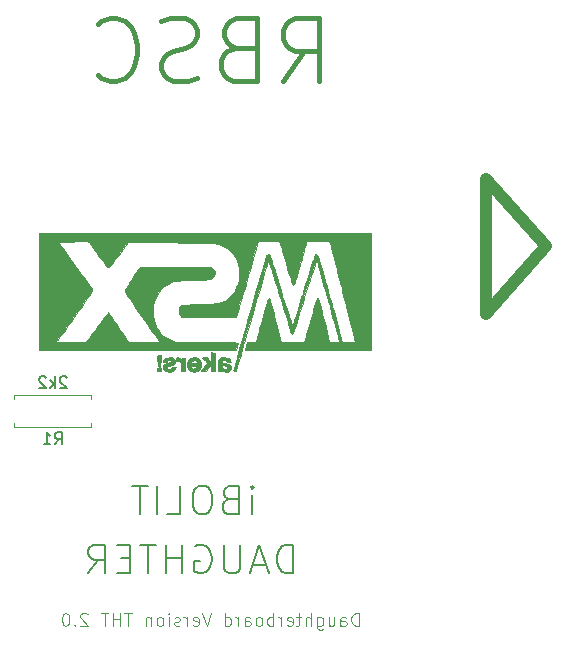
<source format=gbr>
%TF.GenerationSoftware,KiCad,Pcbnew,6.0.9-1.fc36*%
%TF.CreationDate,2022-12-06T19:06:56+01:00*%
%TF.ProjectId,iBolit_daughter,69426f6c-6974-45f6-9461-756768746572,rev?*%
%TF.SameCoordinates,Original*%
%TF.FileFunction,Legend,Bot*%
%TF.FilePolarity,Positive*%
%FSLAX46Y46*%
G04 Gerber Fmt 4.6, Leading zero omitted, Abs format (unit mm)*
G04 Created by KiCad (PCBNEW 6.0.9-1.fc36) date 2022-12-06 19:06:56*
%MOMM*%
%LPD*%
G01*
G04 APERTURE LIST*
%ADD10C,0.447040*%
%ADD11C,1.016000*%
%ADD12C,0.203200*%
%ADD13C,0.091440*%
%ADD14C,0.150000*%
%ADD15C,0.010000*%
%ADD16C,0.120000*%
G04 APERTURE END LIST*
D10*
X146565547Y-87199409D02*
X148335080Y-84671504D01*
X149599033Y-87199409D02*
X149599033Y-81890809D01*
X147576709Y-81890809D01*
X147071128Y-82143600D01*
X146818337Y-82396390D01*
X146565547Y-82901971D01*
X146565547Y-83660342D01*
X146818337Y-84165923D01*
X147071128Y-84418714D01*
X147576709Y-84671504D01*
X149599033Y-84671504D01*
X142520899Y-84418714D02*
X141762528Y-84671504D01*
X141509737Y-84924295D01*
X141256947Y-85429876D01*
X141256947Y-86188247D01*
X141509737Y-86693828D01*
X141762528Y-86946619D01*
X142268109Y-87199409D01*
X144290433Y-87199409D01*
X144290433Y-81890809D01*
X142520899Y-81890809D01*
X142015318Y-82143600D01*
X141762528Y-82396390D01*
X141509737Y-82901971D01*
X141509737Y-83407552D01*
X141762528Y-83913133D01*
X142015318Y-84165923D01*
X142520899Y-84418714D01*
X144290433Y-84418714D01*
X139234623Y-86946619D02*
X138476252Y-87199409D01*
X137212299Y-87199409D01*
X136706718Y-86946619D01*
X136453928Y-86693828D01*
X136201137Y-86188247D01*
X136201137Y-85682666D01*
X136453928Y-85177085D01*
X136706718Y-84924295D01*
X137212299Y-84671504D01*
X138223461Y-84418714D01*
X138729042Y-84165923D01*
X138981833Y-83913133D01*
X139234623Y-83407552D01*
X139234623Y-82901971D01*
X138981833Y-82396390D01*
X138729042Y-82143600D01*
X138223461Y-81890809D01*
X136959509Y-81890809D01*
X136201137Y-82143600D01*
X130892537Y-86693828D02*
X131145328Y-86946619D01*
X131903699Y-87199409D01*
X132409280Y-87199409D01*
X133167652Y-86946619D01*
X133673233Y-86441038D01*
X133926023Y-85935457D01*
X134178814Y-84924295D01*
X134178814Y-84165923D01*
X133926023Y-83154761D01*
X133673233Y-82649180D01*
X133167652Y-82143600D01*
X132409280Y-81890809D01*
X131903699Y-81890809D01*
X131145328Y-82143600D01*
X130892537Y-82396390D01*
D11*
X163741100Y-95478600D02*
X163741100Y-106908600D01*
X163741100Y-106908600D02*
X168821100Y-101193600D01*
X168821100Y-101193600D02*
X163741100Y-95478600D01*
D12*
X143938413Y-123913295D02*
X143938413Y-122304628D01*
X143938413Y-121500295D02*
X144053318Y-121615200D01*
X143938413Y-121730104D01*
X143823508Y-121615200D01*
X143938413Y-121500295D01*
X143938413Y-121730104D01*
X141985032Y-122649342D02*
X141640318Y-122764247D01*
X141525413Y-122879152D01*
X141410508Y-123108961D01*
X141410508Y-123453676D01*
X141525413Y-123683485D01*
X141640318Y-123798390D01*
X141870127Y-123913295D01*
X142789365Y-123913295D01*
X142789365Y-121500295D01*
X141985032Y-121500295D01*
X141755222Y-121615200D01*
X141640318Y-121730104D01*
X141525413Y-121959914D01*
X141525413Y-122189723D01*
X141640318Y-122419533D01*
X141755222Y-122534438D01*
X141985032Y-122649342D01*
X142789365Y-122649342D01*
X139916746Y-121500295D02*
X139457127Y-121500295D01*
X139227318Y-121615200D01*
X138997508Y-121845009D01*
X138882603Y-122304628D01*
X138882603Y-123108961D01*
X138997508Y-123568580D01*
X139227318Y-123798390D01*
X139457127Y-123913295D01*
X139916746Y-123913295D01*
X140146556Y-123798390D01*
X140376365Y-123568580D01*
X140491270Y-123108961D01*
X140491270Y-122304628D01*
X140376365Y-121845009D01*
X140146556Y-121615200D01*
X139916746Y-121500295D01*
X136699413Y-123913295D02*
X137848460Y-123913295D01*
X137848460Y-121500295D01*
X135895080Y-123913295D02*
X135895080Y-121500295D01*
X135090746Y-121500295D02*
X133711889Y-121500295D01*
X134401318Y-123913295D02*
X134401318Y-121500295D01*
X147393418Y-128891695D02*
X147393418Y-126478695D01*
X146818894Y-126478695D01*
X146474180Y-126593600D01*
X146244370Y-126823409D01*
X146129465Y-127053219D01*
X146014560Y-127512838D01*
X146014560Y-127857552D01*
X146129465Y-128317171D01*
X146244370Y-128546980D01*
X146474180Y-128776790D01*
X146818894Y-128891695D01*
X147393418Y-128891695D01*
X145095322Y-128202266D02*
X143946275Y-128202266D01*
X145325132Y-128891695D02*
X144520799Y-126478695D01*
X143716465Y-128891695D01*
X142912132Y-126478695D02*
X142912132Y-128432076D01*
X142797227Y-128661885D01*
X142682322Y-128776790D01*
X142452513Y-128891695D01*
X141992894Y-128891695D01*
X141763084Y-128776790D01*
X141648180Y-128661885D01*
X141533275Y-128432076D01*
X141533275Y-126478695D01*
X139120275Y-126593600D02*
X139350084Y-126478695D01*
X139694799Y-126478695D01*
X140039513Y-126593600D01*
X140269322Y-126823409D01*
X140384227Y-127053219D01*
X140499132Y-127512838D01*
X140499132Y-127857552D01*
X140384227Y-128317171D01*
X140269322Y-128546980D01*
X140039513Y-128776790D01*
X139694799Y-128891695D01*
X139464989Y-128891695D01*
X139120275Y-128776790D01*
X139005370Y-128661885D01*
X139005370Y-127857552D01*
X139464989Y-127857552D01*
X137971227Y-128891695D02*
X137971227Y-126478695D01*
X137971227Y-127627742D02*
X136592370Y-127627742D01*
X136592370Y-128891695D02*
X136592370Y-126478695D01*
X135788037Y-126478695D02*
X134409180Y-126478695D01*
X135098608Y-128891695D02*
X135098608Y-126478695D01*
X133604846Y-127627742D02*
X132800513Y-127627742D01*
X132455799Y-128891695D02*
X133604846Y-128891695D01*
X133604846Y-126478695D01*
X132455799Y-126478695D01*
X130042799Y-128891695D02*
X130847132Y-127742647D01*
X131421656Y-128891695D02*
X131421656Y-126478695D01*
X130502418Y-126478695D01*
X130272608Y-126593600D01*
X130157703Y-126708504D01*
X130042799Y-126938314D01*
X130042799Y-127283028D01*
X130157703Y-127512838D01*
X130272608Y-127627742D01*
X130502418Y-127742647D01*
X131421656Y-127742647D01*
D13*
X152942036Y-133342742D02*
X152942036Y-132256892D01*
X152683500Y-132256892D01*
X152528378Y-132308600D01*
X152424964Y-132412014D01*
X152373257Y-132515428D01*
X152321550Y-132722257D01*
X152321550Y-132877378D01*
X152373257Y-133084207D01*
X152424964Y-133187621D01*
X152528378Y-133291035D01*
X152683500Y-133342742D01*
X152942036Y-133342742D01*
X151390821Y-133342742D02*
X151390821Y-132773964D01*
X151442528Y-132670550D01*
X151545943Y-132618842D01*
X151752771Y-132618842D01*
X151856186Y-132670550D01*
X151390821Y-133291035D02*
X151494236Y-133342742D01*
X151752771Y-133342742D01*
X151856186Y-133291035D01*
X151907893Y-133187621D01*
X151907893Y-133084207D01*
X151856186Y-132980792D01*
X151752771Y-132929085D01*
X151494236Y-132929085D01*
X151390821Y-132877378D01*
X150408386Y-132618842D02*
X150408386Y-133342742D01*
X150873750Y-132618842D02*
X150873750Y-133187621D01*
X150822043Y-133291035D01*
X150718628Y-133342742D01*
X150563507Y-133342742D01*
X150460093Y-133291035D01*
X150408386Y-133239328D01*
X149425950Y-132618842D02*
X149425950Y-133497864D01*
X149477657Y-133601278D01*
X149529364Y-133652985D01*
X149632778Y-133704692D01*
X149787900Y-133704692D01*
X149891314Y-133652985D01*
X149425950Y-133291035D02*
X149529364Y-133342742D01*
X149736193Y-133342742D01*
X149839607Y-133291035D01*
X149891314Y-133239328D01*
X149943021Y-133135914D01*
X149943021Y-132825671D01*
X149891314Y-132722257D01*
X149839607Y-132670550D01*
X149736193Y-132618842D01*
X149529364Y-132618842D01*
X149425950Y-132670550D01*
X148908878Y-133342742D02*
X148908878Y-132256892D01*
X148443514Y-133342742D02*
X148443514Y-132773964D01*
X148495221Y-132670550D01*
X148598636Y-132618842D01*
X148753757Y-132618842D01*
X148857171Y-132670550D01*
X148908878Y-132722257D01*
X148081564Y-132618842D02*
X147667907Y-132618842D01*
X147926443Y-132256892D02*
X147926443Y-133187621D01*
X147874736Y-133291035D01*
X147771321Y-133342742D01*
X147667907Y-133342742D01*
X146892300Y-133291035D02*
X146995714Y-133342742D01*
X147202543Y-133342742D01*
X147305957Y-133291035D01*
X147357664Y-133187621D01*
X147357664Y-132773964D01*
X147305957Y-132670550D01*
X147202543Y-132618842D01*
X146995714Y-132618842D01*
X146892300Y-132670550D01*
X146840593Y-132773964D01*
X146840593Y-132877378D01*
X147357664Y-132980792D01*
X146375228Y-133342742D02*
X146375228Y-132618842D01*
X146375228Y-132825671D02*
X146323521Y-132722257D01*
X146271814Y-132670550D01*
X146168400Y-132618842D01*
X146064986Y-132618842D01*
X145703036Y-133342742D02*
X145703036Y-132256892D01*
X145703036Y-132670550D02*
X145599621Y-132618842D01*
X145392793Y-132618842D01*
X145289378Y-132670550D01*
X145237671Y-132722257D01*
X145185964Y-132825671D01*
X145185964Y-133135914D01*
X145237671Y-133239328D01*
X145289378Y-133291035D01*
X145392793Y-133342742D01*
X145599621Y-133342742D01*
X145703036Y-133291035D01*
X144565478Y-133342742D02*
X144668893Y-133291035D01*
X144720600Y-133239328D01*
X144772307Y-133135914D01*
X144772307Y-132825671D01*
X144720600Y-132722257D01*
X144668893Y-132670550D01*
X144565478Y-132618842D01*
X144410357Y-132618842D01*
X144306943Y-132670550D01*
X144255236Y-132722257D01*
X144203528Y-132825671D01*
X144203528Y-133135914D01*
X144255236Y-133239328D01*
X144306943Y-133291035D01*
X144410357Y-133342742D01*
X144565478Y-133342742D01*
X143272800Y-133342742D02*
X143272800Y-132773964D01*
X143324507Y-132670550D01*
X143427921Y-132618842D01*
X143634750Y-132618842D01*
X143738164Y-132670550D01*
X143272800Y-133291035D02*
X143376214Y-133342742D01*
X143634750Y-133342742D01*
X143738164Y-133291035D01*
X143789871Y-133187621D01*
X143789871Y-133084207D01*
X143738164Y-132980792D01*
X143634750Y-132929085D01*
X143376214Y-132929085D01*
X143272800Y-132877378D01*
X142755728Y-133342742D02*
X142755728Y-132618842D01*
X142755728Y-132825671D02*
X142704021Y-132722257D01*
X142652314Y-132670550D01*
X142548900Y-132618842D01*
X142445486Y-132618842D01*
X141618171Y-133342742D02*
X141618171Y-132256892D01*
X141618171Y-133291035D02*
X141721586Y-133342742D01*
X141928414Y-133342742D01*
X142031828Y-133291035D01*
X142083536Y-133239328D01*
X142135243Y-133135914D01*
X142135243Y-132825671D01*
X142083536Y-132722257D01*
X142031828Y-132670550D01*
X141928414Y-132618842D01*
X141721586Y-132618842D01*
X141618171Y-132670550D01*
X140428907Y-132256892D02*
X140066957Y-133342742D01*
X139705007Y-132256892D01*
X138929400Y-133291035D02*
X139032814Y-133342742D01*
X139239643Y-133342742D01*
X139343057Y-133291035D01*
X139394764Y-133187621D01*
X139394764Y-132773964D01*
X139343057Y-132670550D01*
X139239643Y-132618842D01*
X139032814Y-132618842D01*
X138929400Y-132670550D01*
X138877693Y-132773964D01*
X138877693Y-132877378D01*
X139394764Y-132980792D01*
X138412328Y-133342742D02*
X138412328Y-132618842D01*
X138412328Y-132825671D02*
X138360621Y-132722257D01*
X138308914Y-132670550D01*
X138205500Y-132618842D01*
X138102086Y-132618842D01*
X137791843Y-133291035D02*
X137688428Y-133342742D01*
X137481600Y-133342742D01*
X137378186Y-133291035D01*
X137326478Y-133187621D01*
X137326478Y-133135914D01*
X137378186Y-133032500D01*
X137481600Y-132980792D01*
X137636721Y-132980792D01*
X137740136Y-132929085D01*
X137791843Y-132825671D01*
X137791843Y-132773964D01*
X137740136Y-132670550D01*
X137636721Y-132618842D01*
X137481600Y-132618842D01*
X137378186Y-132670550D01*
X136861114Y-133342742D02*
X136861114Y-132618842D01*
X136861114Y-132256892D02*
X136912821Y-132308600D01*
X136861114Y-132360307D01*
X136809407Y-132308600D01*
X136861114Y-132256892D01*
X136861114Y-132360307D01*
X136188921Y-133342742D02*
X136292336Y-133291035D01*
X136344043Y-133239328D01*
X136395750Y-133135914D01*
X136395750Y-132825671D01*
X136344043Y-132722257D01*
X136292336Y-132670550D01*
X136188921Y-132618842D01*
X136033800Y-132618842D01*
X135930386Y-132670550D01*
X135878678Y-132722257D01*
X135826971Y-132825671D01*
X135826971Y-133135914D01*
X135878678Y-133239328D01*
X135930386Y-133291035D01*
X136033800Y-133342742D01*
X136188921Y-133342742D01*
X135361607Y-132618842D02*
X135361607Y-133342742D01*
X135361607Y-132722257D02*
X135309900Y-132670550D01*
X135206486Y-132618842D01*
X135051364Y-132618842D01*
X134947950Y-132670550D01*
X134896243Y-132773964D01*
X134896243Y-133342742D01*
X133706978Y-132256892D02*
X133086493Y-132256892D01*
X133396736Y-133342742D02*
X133396736Y-132256892D01*
X132724543Y-133342742D02*
X132724543Y-132256892D01*
X132724543Y-132773964D02*
X132104057Y-132773964D01*
X132104057Y-133342742D02*
X132104057Y-132256892D01*
X131742107Y-132256892D02*
X131121621Y-132256892D01*
X131431864Y-133342742D02*
X131431864Y-132256892D01*
X129984064Y-132360307D02*
X129932357Y-132308600D01*
X129828943Y-132256892D01*
X129570407Y-132256892D01*
X129466993Y-132308600D01*
X129415286Y-132360307D01*
X129363578Y-132463721D01*
X129363578Y-132567135D01*
X129415286Y-132722257D01*
X130035771Y-133342742D01*
X129363578Y-133342742D01*
X128898214Y-133239328D02*
X128846507Y-133291035D01*
X128898214Y-133342742D01*
X128949921Y-133291035D01*
X128898214Y-133239328D01*
X128898214Y-133342742D01*
X128174314Y-132256892D02*
X128070900Y-132256892D01*
X127967486Y-132308600D01*
X127915778Y-132360307D01*
X127864071Y-132463721D01*
X127812364Y-132670550D01*
X127812364Y-132929085D01*
X127864071Y-133135914D01*
X127915778Y-133239328D01*
X127967486Y-133291035D01*
X128070900Y-133342742D01*
X128174314Y-133342742D01*
X128277728Y-133291035D01*
X128329436Y-133239328D01*
X128381143Y-133135914D01*
X128432850Y-132929085D01*
X128432850Y-132670550D01*
X128381143Y-132463721D01*
X128329436Y-132360307D01*
X128277728Y-132308600D01*
X128174314Y-132256892D01*
D14*
%TO.C,R1*%
X127206666Y-117972380D02*
X127540000Y-117496190D01*
X127778095Y-117972380D02*
X127778095Y-116972380D01*
X127397142Y-116972380D01*
X127301904Y-117020000D01*
X127254285Y-117067619D01*
X127206666Y-117162857D01*
X127206666Y-117305714D01*
X127254285Y-117400952D01*
X127301904Y-117448571D01*
X127397142Y-117496190D01*
X127778095Y-117496190D01*
X126254285Y-117972380D02*
X126825714Y-117972380D01*
X126540000Y-117972380D02*
X126540000Y-116972380D01*
X126635238Y-117115238D01*
X126730476Y-117210476D01*
X126825714Y-117258095D01*
X128206666Y-112327619D02*
X128159047Y-112280000D01*
X128063809Y-112232380D01*
X127825714Y-112232380D01*
X127730476Y-112280000D01*
X127682857Y-112327619D01*
X127635238Y-112422857D01*
X127635238Y-112518095D01*
X127682857Y-112660952D01*
X128254285Y-113232380D01*
X127635238Y-113232380D01*
X127206666Y-113232380D02*
X127206666Y-112232380D01*
X127111428Y-112851428D02*
X126825714Y-113232380D01*
X126825714Y-112565714D02*
X127206666Y-112946666D01*
X126444761Y-112327619D02*
X126397142Y-112280000D01*
X126301904Y-112232380D01*
X126063809Y-112232380D01*
X125968571Y-112280000D01*
X125920952Y-112327619D01*
X125873333Y-112422857D01*
X125873333Y-112518095D01*
X125920952Y-112660952D01*
X126492380Y-113232380D01*
X125873333Y-113232380D01*
%TO.C,G\u002A\u002A\u002A*%
G36*
X137619807Y-110619392D02*
G01*
X137710765Y-110644563D01*
X137802863Y-110688222D01*
X137875158Y-110739187D01*
X137906707Y-110786277D01*
X137907125Y-110789219D01*
X137916073Y-110782679D01*
X137930831Y-110728125D01*
X137937267Y-110700664D01*
X137959174Y-110655251D01*
X138004710Y-110636531D01*
X138093762Y-110632875D01*
X138236325Y-110632875D01*
X138244979Y-111212312D01*
X138253633Y-111791750D01*
X137902950Y-111791750D01*
X137902950Y-111444270D01*
X137902936Y-111419740D01*
X137901426Y-111271472D01*
X137895745Y-111170656D01*
X137883504Y-111103174D01*
X137862315Y-111054907D01*
X137829792Y-111011738D01*
X137805818Y-110986177D01*
X137729842Y-110938520D01*
X137623417Y-110923193D01*
X137490200Y-110919700D01*
X137490200Y-110768350D01*
X137491063Y-110698267D01*
X137500579Y-110641932D01*
X137529763Y-110620436D01*
X137589640Y-110617000D01*
X137619807Y-110619392D01*
G37*
D15*
X137619807Y-110619392D02*
X137710765Y-110644563D01*
X137802863Y-110688222D01*
X137875158Y-110739187D01*
X137906707Y-110786277D01*
X137907125Y-110789219D01*
X137916073Y-110782679D01*
X137930831Y-110728125D01*
X137937267Y-110700664D01*
X137959174Y-110655251D01*
X138004710Y-110636531D01*
X138093762Y-110632875D01*
X138236325Y-110632875D01*
X138244979Y-111212312D01*
X138253633Y-111791750D01*
X137902950Y-111791750D01*
X137902950Y-111444270D01*
X137902936Y-111419740D01*
X137901426Y-111271472D01*
X137895745Y-111170656D01*
X137883504Y-111103174D01*
X137862315Y-111054907D01*
X137829792Y-111011738D01*
X137805818Y-110986177D01*
X137729842Y-110938520D01*
X137623417Y-110923193D01*
X137490200Y-110919700D01*
X137490200Y-110768350D01*
X137491063Y-110698267D01*
X137500579Y-110641932D01*
X137529763Y-110620436D01*
X137589640Y-110617000D01*
X137619807Y-110619392D01*
G36*
X153968450Y-109982000D02*
G01*
X148650325Y-109982000D01*
X148628478Y-109981999D01*
X148053137Y-109981857D01*
X147495314Y-109981461D01*
X146958294Y-109980824D01*
X146445362Y-109979960D01*
X145959801Y-109978883D01*
X145504896Y-109977607D01*
X145083932Y-109976147D01*
X144700192Y-109974515D01*
X144356962Y-109972726D01*
X144057525Y-109970794D01*
X143805167Y-109968732D01*
X143603171Y-109966555D01*
X143454821Y-109964277D01*
X143363403Y-109961911D01*
X143332200Y-109959471D01*
X143335060Y-109943564D01*
X143351723Y-109876258D01*
X143379947Y-109770892D01*
X143415909Y-109641971D01*
X143499618Y-109347000D01*
X144211714Y-109347000D01*
X144474505Y-108370687D01*
X144533073Y-108154102D01*
X144624719Y-107818618D01*
X144719455Y-107475425D01*
X144814500Y-107134389D01*
X144907074Y-106805376D01*
X144994396Y-106498253D01*
X145073686Y-106222884D01*
X145142164Y-105989136D01*
X145197049Y-105806875D01*
X145202411Y-105789682D01*
X145240670Y-105685843D01*
X145276355Y-105631852D01*
X145316577Y-105616375D01*
X145364723Y-105636044D01*
X145400083Y-105711625D01*
X145403989Y-105727160D01*
X145426379Y-105808797D01*
X145461776Y-105932647D01*
X145506177Y-106084807D01*
X145555575Y-106251375D01*
X145566150Y-106287079D01*
X145608639Y-106434203D01*
X145664101Y-106630190D01*
X145729921Y-106865624D01*
X145803488Y-107131087D01*
X145882188Y-107417165D01*
X145963408Y-107714441D01*
X146044537Y-108013500D01*
X146400618Y-109331125D01*
X148312176Y-109347923D01*
X148359527Y-109180774D01*
X148368961Y-109147434D01*
X148398815Y-109041788D01*
X148442214Y-108888100D01*
X148497106Y-108693648D01*
X148561437Y-108465707D01*
X148633156Y-108211555D01*
X148710208Y-107938470D01*
X148790541Y-107653727D01*
X148872103Y-107364605D01*
X148952841Y-107078380D01*
X149030701Y-106802328D01*
X149103631Y-106543728D01*
X149169579Y-106309856D01*
X149226490Y-106107989D01*
X149272314Y-105945403D01*
X149304996Y-105829377D01*
X149322484Y-105767187D01*
X149330497Y-105740104D01*
X149374100Y-105638587D01*
X149420868Y-105599884D01*
X149469604Y-105623561D01*
X149519111Y-105709184D01*
X149568189Y-105856319D01*
X149587173Y-105924976D01*
X149624869Y-106059001D01*
X149669885Y-106217290D01*
X149716138Y-106378375D01*
X149724218Y-106406825D01*
X149758556Y-106532839D01*
X149805077Y-106708836D01*
X149861508Y-106925982D01*
X149925577Y-107175442D01*
X149995011Y-107448384D01*
X150067537Y-107735973D01*
X150140883Y-108029375D01*
X150464799Y-109331125D01*
X150898345Y-109339954D01*
X151059095Y-109342305D01*
X151189084Y-109341221D01*
X151270322Y-109335569D01*
X151310608Y-109324760D01*
X151317740Y-109308204D01*
X151316679Y-109304754D01*
X151302181Y-109254182D01*
X151271994Y-109147406D01*
X151227224Y-108988361D01*
X151168971Y-108780986D01*
X151098340Y-108529216D01*
X151016434Y-108236989D01*
X150924356Y-107908242D01*
X150823210Y-107546912D01*
X150714097Y-107156936D01*
X150598122Y-106742250D01*
X150476387Y-106306792D01*
X150349997Y-105854500D01*
X150317812Y-105739318D01*
X150192282Y-105290407D01*
X150071525Y-104859065D01*
X149956656Y-104449258D01*
X149848794Y-104064947D01*
X149749054Y-103710097D01*
X149658554Y-103388670D01*
X149578409Y-103104629D01*
X149509737Y-102861939D01*
X149453655Y-102664562D01*
X149411279Y-102516462D01*
X149383725Y-102421601D01*
X149372111Y-102383944D01*
X149371184Y-102382493D01*
X149355535Y-102400991D01*
X149324532Y-102472731D01*
X149277801Y-102598807D01*
X149214973Y-102780315D01*
X149135673Y-103018350D01*
X149039531Y-103314008D01*
X148926175Y-103668382D01*
X148795233Y-104082569D01*
X148667191Y-104489254D01*
X148500030Y-105019517D01*
X148340480Y-105524860D01*
X148189676Y-106001714D01*
X148048753Y-106446511D01*
X147918845Y-106855682D01*
X147801088Y-107225660D01*
X147696615Y-107552876D01*
X147606561Y-107833761D01*
X147532062Y-108064747D01*
X147474251Y-108242266D01*
X147434264Y-108362750D01*
X147417062Y-108412813D01*
X147368874Y-108538689D01*
X147327228Y-108614405D01*
X147288654Y-108638008D01*
X147249683Y-108607546D01*
X147206843Y-108521068D01*
X147156666Y-108376619D01*
X147095682Y-108172250D01*
X147075771Y-108104760D01*
X147036330Y-107974523D01*
X146982212Y-107798057D01*
X146915016Y-107580451D01*
X146836341Y-107326794D01*
X146747786Y-107042172D01*
X146650951Y-106731674D01*
X146547435Y-106400387D01*
X146438836Y-106053401D01*
X146326754Y-105695803D01*
X146212788Y-105332681D01*
X146098537Y-104969124D01*
X145985601Y-104610218D01*
X145875578Y-104261052D01*
X145770068Y-103926715D01*
X145670670Y-103612294D01*
X145578983Y-103322877D01*
X145496606Y-103063552D01*
X145425138Y-102839408D01*
X145366179Y-102655532D01*
X145321327Y-102517013D01*
X145292183Y-102428938D01*
X145280344Y-102396395D01*
X145256019Y-102396395D01*
X145250101Y-102412821D01*
X145227886Y-102484424D01*
X145190930Y-102607704D01*
X145140846Y-102777153D01*
X145079248Y-102987262D01*
X145007750Y-103232522D01*
X144927964Y-103507425D01*
X144841504Y-103806462D01*
X144749984Y-104124125D01*
X144716331Y-104241128D01*
X144486731Y-105039060D01*
X144273693Y-105778810D01*
X144076483Y-106462908D01*
X143894368Y-107093885D01*
X143726617Y-107674274D01*
X143572496Y-108206605D01*
X143431272Y-108693411D01*
X143302212Y-109137221D01*
X143184584Y-109540569D01*
X143077655Y-109905984D01*
X142980692Y-110236000D01*
X142938176Y-110380829D01*
X142871065Y-110611196D01*
X142807677Y-110830781D01*
X142751601Y-111027062D01*
X142706428Y-111187518D01*
X142675749Y-111299625D01*
X142661427Y-111353551D01*
X142623946Y-111494506D01*
X142591127Y-111617708D01*
X142568777Y-111701345D01*
X142559704Y-111734572D01*
X142536687Y-111790370D01*
X142499179Y-111802126D01*
X142424538Y-111782595D01*
X142417826Y-111780541D01*
X142375214Y-111766097D01*
X142345837Y-111747330D01*
X142330470Y-111716187D01*
X142329888Y-111664614D01*
X142344867Y-111584559D01*
X142376181Y-111467967D01*
X142424605Y-111306786D01*
X142490915Y-111092962D01*
X142515683Y-111012706D01*
X142562320Y-110857954D01*
X142599755Y-110728805D01*
X142624659Y-110636902D01*
X142633700Y-110593886D01*
X142633800Y-110592211D01*
X142644250Y-110544818D01*
X142669944Y-110447709D01*
X142708089Y-110310919D01*
X142755892Y-110144480D01*
X142810561Y-109958428D01*
X142844363Y-109844064D01*
X142906032Y-109633801D01*
X142979155Y-109383070D01*
X143060183Y-109104090D01*
X143145569Y-108809084D01*
X143231766Y-108510272D01*
X143315226Y-108219875D01*
X143370307Y-108027833D01*
X143598719Y-107231871D01*
X143810115Y-106495890D01*
X144004757Y-105818990D01*
X144182907Y-105200271D01*
X144344826Y-104638833D01*
X144490776Y-104133777D01*
X144621017Y-103684203D01*
X144735811Y-103289211D01*
X144835420Y-102947901D01*
X144920104Y-102659375D01*
X144990126Y-102422732D01*
X145045746Y-102237072D01*
X145087227Y-102101496D01*
X145114828Y-102015104D01*
X145128813Y-101976996D01*
X145167798Y-101929233D01*
X145239768Y-101884295D01*
X145315055Y-101864731D01*
X145369498Y-101880254D01*
X145375973Y-101895274D01*
X145400457Y-101964928D01*
X145440932Y-102086082D01*
X145495610Y-102253197D01*
X145562705Y-102460736D01*
X145640430Y-102703160D01*
X145726996Y-102974934D01*
X145820617Y-103270517D01*
X145919505Y-103584375D01*
X145993261Y-103819059D01*
X146175210Y-104397929D01*
X146339407Y-104920183D01*
X146486767Y-105388700D01*
X146618205Y-105806360D01*
X146734635Y-106176044D01*
X146836973Y-106500630D01*
X146926133Y-106782998D01*
X147003030Y-107026028D01*
X147068579Y-107232600D01*
X147123695Y-107405593D01*
X147169292Y-107547887D01*
X147206284Y-107662362D01*
X147235588Y-107751896D01*
X147258118Y-107819371D01*
X147274788Y-107867666D01*
X147286513Y-107899659D01*
X147294208Y-107918232D01*
X147298788Y-107926263D01*
X147300234Y-107927330D01*
X147320911Y-107905358D01*
X147352186Y-107837101D01*
X147387884Y-107735763D01*
X147392184Y-107722141D01*
X147418635Y-107638190D01*
X147461794Y-107501096D01*
X147519848Y-107316614D01*
X147590988Y-107090503D01*
X147673401Y-106828519D01*
X147765276Y-106536420D01*
X147864804Y-106219962D01*
X147970171Y-105884903D01*
X148079569Y-105537000D01*
X148180806Y-105215061D01*
X148346067Y-104689680D01*
X148493800Y-104220267D01*
X148624945Y-103803865D01*
X148740444Y-103437519D01*
X148841235Y-103118271D01*
X148928259Y-102843165D01*
X149002457Y-102609244D01*
X149064769Y-102413551D01*
X149116134Y-102253131D01*
X149157494Y-102125026D01*
X149189789Y-102026279D01*
X149213958Y-101953935D01*
X149230943Y-101905036D01*
X149241682Y-101876626D01*
X149247118Y-101865749D01*
X149291639Y-101854283D01*
X149360404Y-101877853D01*
X149429569Y-101927961D01*
X149478057Y-101992993D01*
X149486129Y-102014474D01*
X149512618Y-102096811D01*
X149552863Y-102229623D01*
X149604859Y-102406023D01*
X149666603Y-102619122D01*
X149736091Y-102862035D01*
X149811319Y-103127873D01*
X149890282Y-103409750D01*
X149905851Y-103465597D01*
X150000723Y-103805678D01*
X150107558Y-104188286D01*
X150221949Y-104597669D01*
X150339494Y-105018073D01*
X150455787Y-105433745D01*
X150566424Y-105828929D01*
X150667001Y-106187875D01*
X150712774Y-106351148D01*
X150808068Y-106691086D01*
X150905493Y-107038652D01*
X151001836Y-107382385D01*
X151093886Y-107710823D01*
X151178430Y-108012504D01*
X151252256Y-108275967D01*
X151312151Y-108489750D01*
X151547846Y-109331125D01*
X152091398Y-109339812D01*
X152236621Y-109341544D01*
X152395486Y-109341891D01*
X152521675Y-109340381D01*
X152604920Y-109337156D01*
X152634951Y-109332357D01*
X152634773Y-109331009D01*
X152625050Y-109288657D01*
X152601901Y-109193937D01*
X152567312Y-109054807D01*
X152523270Y-108879227D01*
X152471761Y-108675154D01*
X152414774Y-108450545D01*
X152406996Y-108419955D01*
X152352793Y-108206520D01*
X152286002Y-107943137D01*
X152209136Y-107639743D01*
X152124711Y-107306275D01*
X152035241Y-106952668D01*
X151943242Y-106588858D01*
X151851229Y-106224782D01*
X151761715Y-105870375D01*
X151716416Y-105691021D01*
X151635243Y-105369920D01*
X151558008Y-105064760D01*
X151486366Y-104782060D01*
X151421973Y-104528340D01*
X151366483Y-104310117D01*
X151321551Y-104133911D01*
X151288833Y-104006241D01*
X151269983Y-103933625D01*
X151256775Y-103883277D01*
X151225492Y-103762845D01*
X151182392Y-103596094D01*
X151129820Y-103392116D01*
X151070116Y-103160004D01*
X151005625Y-102908851D01*
X150938688Y-102647750D01*
X150901061Y-102500907D01*
X150831206Y-102228537D01*
X150763013Y-101962939D01*
X150699296Y-101715061D01*
X150642871Y-101495854D01*
X150596553Y-101316267D01*
X150563158Y-101187250D01*
X150460075Y-100790375D01*
X149483763Y-100787207D01*
X149374480Y-100786930D01*
X149141493Y-100786886D01*
X148933678Y-100787589D01*
X148758702Y-100788966D01*
X148624228Y-100790945D01*
X148537922Y-100793454D01*
X148507451Y-100796420D01*
X148502650Y-100815937D01*
X148482783Y-100890153D01*
X148449322Y-101012960D01*
X148404228Y-101177221D01*
X148349462Y-101375797D01*
X148286985Y-101601549D01*
X148218759Y-101847337D01*
X148172314Y-102014480D01*
X148103903Y-102260887D01*
X148040701Y-102488786D01*
X147985071Y-102689642D01*
X147939376Y-102854923D01*
X147905978Y-102976095D01*
X147887241Y-103044625D01*
X147871499Y-103100868D01*
X147836916Y-103220111D01*
X147790854Y-103376107D01*
X147737398Y-103555047D01*
X147680631Y-103743125D01*
X147635570Y-103892317D01*
X147585643Y-104059357D01*
X147544143Y-104200128D01*
X147514452Y-104303144D01*
X147499950Y-104356920D01*
X147466006Y-104425746D01*
X147408884Y-104451307D01*
X147345656Y-104420563D01*
X147329716Y-104398253D01*
X147290406Y-104315262D01*
X147237208Y-104176539D01*
X147169895Y-103981359D01*
X147088240Y-103728998D01*
X146992015Y-103418732D01*
X146880995Y-103049836D01*
X146754952Y-102621586D01*
X146613659Y-102133257D01*
X146456889Y-101584125D01*
X146409334Y-101418586D01*
X146351838Y-101223875D01*
X146300610Y-101056356D01*
X146258321Y-100924531D01*
X146227641Y-100836901D01*
X146211239Y-100801966D01*
X146209703Y-100801274D01*
X146163903Y-100796277D01*
X146064070Y-100792074D01*
X145918588Y-100788808D01*
X145735844Y-100786626D01*
X145524223Y-100785672D01*
X145292111Y-100786091D01*
X144402319Y-100790375D01*
X144246022Y-101346000D01*
X144213276Y-101462154D01*
X144151807Y-101679332D01*
X144078585Y-101937238D01*
X143995324Y-102229883D01*
X143903740Y-102551280D01*
X143805548Y-102895440D01*
X143702462Y-103256376D01*
X143596198Y-103628100D01*
X143488470Y-104004623D01*
X143380993Y-104379957D01*
X143275482Y-104748114D01*
X143173653Y-105103107D01*
X143077219Y-105438947D01*
X142987897Y-105749646D01*
X142907400Y-106029216D01*
X142837445Y-106271668D01*
X142779745Y-106471016D01*
X142736016Y-106621270D01*
X142707972Y-106716443D01*
X142665446Y-106853336D01*
X142609787Y-107010616D01*
X142562999Y-107111865D01*
X142523478Y-107160943D01*
X142517381Y-107163407D01*
X142456946Y-107171969D01*
X142341245Y-107179875D01*
X142176527Y-107187099D01*
X141969043Y-107193616D01*
X141725044Y-107199399D01*
X141450780Y-107204421D01*
X141152501Y-107208657D01*
X140836457Y-107212079D01*
X140508899Y-107214663D01*
X140176077Y-107216381D01*
X139844241Y-107217208D01*
X139519642Y-107217118D01*
X139208530Y-107216083D01*
X138917156Y-107214078D01*
X138651769Y-107211076D01*
X138418619Y-107207052D01*
X138223959Y-107201979D01*
X138074036Y-107195831D01*
X137975103Y-107188582D01*
X137933409Y-107180205D01*
X137916533Y-107164682D01*
X137858833Y-107101191D01*
X137793611Y-107019880D01*
X137762518Y-106975765D01*
X137723511Y-106898116D01*
X137701587Y-106804277D01*
X137689719Y-106670630D01*
X137686045Y-106585821D01*
X137689148Y-106481935D01*
X137706740Y-106406469D01*
X137742219Y-106337896D01*
X137750294Y-106325691D01*
X137816281Y-106250924D01*
X137883723Y-106205024D01*
X137887984Y-106203524D01*
X137963196Y-106188350D01*
X138094258Y-106172629D01*
X138274233Y-106156804D01*
X138496186Y-106141315D01*
X138753182Y-106126606D01*
X139038286Y-106113117D01*
X139344562Y-106101291D01*
X139665075Y-106091568D01*
X139953793Y-106083514D01*
X140269170Y-106072659D01*
X140533970Y-106059949D01*
X140755420Y-106044143D01*
X140940750Y-106024001D01*
X141097188Y-105998284D01*
X141231962Y-105965751D01*
X141352301Y-105925162D01*
X141465433Y-105875278D01*
X141578587Y-105814859D01*
X141698991Y-105742663D01*
X141797682Y-105676388D01*
X142032862Y-105477490D01*
X142249140Y-105238490D01*
X142438365Y-104971759D01*
X142592385Y-104689669D01*
X142703051Y-104404591D01*
X142762211Y-104128897D01*
X142772421Y-104020714D01*
X142783963Y-103818643D01*
X142789942Y-103593400D01*
X142790401Y-103362275D01*
X142785379Y-103142558D01*
X142774918Y-102951536D01*
X142759060Y-102806500D01*
X142730609Y-102671230D01*
X142627033Y-102384737D01*
X142470119Y-102103888D01*
X142266626Y-101835979D01*
X142023316Y-101588309D01*
X141746950Y-101368173D01*
X141444288Y-101182869D01*
X141122091Y-101039693D01*
X141104709Y-101033527D01*
X141045340Y-101014753D01*
X140978937Y-100997845D01*
X140901972Y-100982678D01*
X140810913Y-100969124D01*
X140702234Y-100957057D01*
X140572404Y-100946348D01*
X140417895Y-100936872D01*
X140235176Y-100928501D01*
X140020721Y-100921107D01*
X139770998Y-100914565D01*
X139482479Y-100908747D01*
X139151635Y-100903526D01*
X138774937Y-100898774D01*
X138348855Y-100894366D01*
X137869861Y-100890173D01*
X137334426Y-100886070D01*
X136739020Y-100881928D01*
X133408869Y-100859588D01*
X132699282Y-101805494D01*
X132620485Y-101910478D01*
X132422588Y-102173380D01*
X132257682Y-102390851D01*
X132122290Y-102567073D01*
X132012937Y-102706230D01*
X131926146Y-102812503D01*
X131858442Y-102890075D01*
X131806347Y-102943128D01*
X131766386Y-102975845D01*
X131735082Y-102992408D01*
X131708959Y-102997000D01*
X131701819Y-102995386D01*
X131656953Y-102960834D01*
X131582609Y-102880498D01*
X131478001Y-102753348D01*
X131342340Y-102578354D01*
X131174842Y-102354486D01*
X130974718Y-102080715D01*
X130741184Y-101756010D01*
X130473450Y-101379341D01*
X130364378Y-101225913D01*
X130247477Y-101064494D01*
X130157981Y-100945952D01*
X130091254Y-100864732D01*
X130042660Y-100815275D01*
X130007562Y-100792024D01*
X129981325Y-100789421D01*
X129978450Y-100789967D01*
X129924461Y-100793520D01*
X129815420Y-100796801D01*
X129658682Y-100799715D01*
X129461602Y-100802168D01*
X129231536Y-100804065D01*
X128975838Y-100805312D01*
X128701863Y-100805816D01*
X127485900Y-100806250D01*
X127588582Y-100957062D01*
X127615702Y-100996017D01*
X127679349Y-101086274D01*
X127774035Y-101219941D01*
X127896566Y-101392527D01*
X128043746Y-101599542D01*
X128212380Y-101836494D01*
X128399275Y-102098892D01*
X128601235Y-102382247D01*
X128815064Y-102682066D01*
X129037570Y-102993859D01*
X129237151Y-103273653D01*
X129447405Y-103568878D01*
X129644250Y-103845762D01*
X129824745Y-104100143D01*
X129985946Y-104327857D01*
X130124911Y-104524742D01*
X130238698Y-104686635D01*
X130324364Y-104809372D01*
X130378967Y-104888791D01*
X130399564Y-104920729D01*
X130394224Y-104932804D01*
X130357679Y-104991650D01*
X130289321Y-105094964D01*
X130192322Y-105238228D01*
X130069855Y-105416924D01*
X129925095Y-105626535D01*
X129761214Y-105862540D01*
X129581384Y-106120424D01*
X129388780Y-106395666D01*
X129186574Y-106683750D01*
X128977940Y-106980158D01*
X128766050Y-107280370D01*
X128554077Y-107579869D01*
X128345196Y-107874137D01*
X128142578Y-108158656D01*
X127949397Y-108428907D01*
X127768826Y-108680373D01*
X127604038Y-108908535D01*
X127458207Y-109108875D01*
X127404113Y-109183578D01*
X127348944Y-109261640D01*
X127318381Y-109307312D01*
X127317695Y-109311854D01*
X127334758Y-109321329D01*
X127381990Y-109329048D01*
X127464152Y-109335165D01*
X127586005Y-109339829D01*
X127752310Y-109343193D01*
X127967828Y-109345409D01*
X128237321Y-109346627D01*
X128565548Y-109347000D01*
X129836393Y-109347000D01*
X129959264Y-109180312D01*
X130003441Y-109119872D01*
X130082701Y-109010651D01*
X130186851Y-108866646D01*
X130309448Y-108696777D01*
X130444050Y-108509964D01*
X130584214Y-108315125D01*
X130671162Y-108194319D01*
X130887374Y-107895401D01*
X131083877Y-107625917D01*
X131258264Y-107389077D01*
X131408127Y-107188096D01*
X131531060Y-107026185D01*
X131624655Y-106906557D01*
X131686506Y-106832424D01*
X131714206Y-106807000D01*
X131720955Y-106809564D01*
X131760251Y-106845458D01*
X131814182Y-106910187D01*
X131823939Y-106923530D01*
X131870451Y-106989638D01*
X131945930Y-107098512D01*
X132045669Y-107243261D01*
X132164963Y-107416992D01*
X132299104Y-107612814D01*
X132443386Y-107823833D01*
X132593103Y-108043158D01*
X132743548Y-108263896D01*
X132890015Y-108479155D01*
X133027798Y-108682042D01*
X133152191Y-108865667D01*
X133258486Y-109023136D01*
X133341977Y-109147556D01*
X133473825Y-109344988D01*
X134767638Y-109345994D01*
X135024092Y-109345782D01*
X135328855Y-109344202D01*
X135584777Y-109341199D01*
X135788927Y-109336840D01*
X135938376Y-109331191D01*
X136030193Y-109324322D01*
X136061450Y-109316297D01*
X136058133Y-109304575D01*
X136045269Y-109279573D01*
X136020367Y-109238455D01*
X135980969Y-109177644D01*
X135924615Y-109093567D01*
X135848846Y-108982647D01*
X135751203Y-108841309D01*
X135629226Y-108665978D01*
X135480457Y-108453077D01*
X135302436Y-108199033D01*
X135092704Y-107900268D01*
X134848802Y-107553209D01*
X134617730Y-107224144D01*
X134343529Y-106832337D01*
X134103122Y-106486976D01*
X133894611Y-106185175D01*
X133716101Y-105924046D01*
X133565695Y-105700702D01*
X133441496Y-105512257D01*
X133341608Y-105355824D01*
X133264134Y-105228516D01*
X133207178Y-105127446D01*
X133168843Y-105049728D01*
X133147232Y-104992474D01*
X133140450Y-104952798D01*
X133141751Y-104926495D01*
X133148100Y-104894667D01*
X133162618Y-104855199D01*
X133188416Y-104803141D01*
X133228604Y-104733540D01*
X133286291Y-104641448D01*
X133364587Y-104521911D01*
X133466603Y-104369980D01*
X133595449Y-104180703D01*
X133754235Y-103949130D01*
X133946071Y-103670308D01*
X134455329Y-102930742D01*
X137377702Y-102942801D01*
X137424937Y-102942999D01*
X137850489Y-102945078D01*
X138258682Y-102947587D01*
X138644901Y-102950470D01*
X139004532Y-102953669D01*
X139332963Y-102957127D01*
X139625577Y-102960787D01*
X139877762Y-102964592D01*
X140084904Y-102968484D01*
X140242387Y-102972407D01*
X140345599Y-102976303D01*
X140389925Y-102980116D01*
X140484419Y-103028363D01*
X140588639Y-103120269D01*
X140677899Y-103234516D01*
X140734020Y-103351484D01*
X140740086Y-103374651D01*
X140744619Y-103524159D01*
X140699872Y-103675561D01*
X140615183Y-103812970D01*
X140499889Y-103920499D01*
X140363325Y-103982261D01*
X140352089Y-103984767D01*
X140287285Y-103996019D01*
X140199730Y-104006419D01*
X140084332Y-104016230D01*
X139935998Y-104025716D01*
X139749637Y-104035141D01*
X139520156Y-104044766D01*
X139242463Y-104054857D01*
X138911467Y-104065676D01*
X138522075Y-104077486D01*
X138401042Y-104081259D01*
X138151727Y-104090326D01*
X137920968Y-104100399D01*
X137717750Y-104110987D01*
X137551059Y-104121598D01*
X137429881Y-104131739D01*
X137363200Y-104140921D01*
X137235852Y-104180650D01*
X137051809Y-104259513D01*
X136852030Y-104363252D01*
X136654111Y-104482599D01*
X136475647Y-104608289D01*
X136214009Y-104838659D01*
X135961663Y-105136227D01*
X135763320Y-105466212D01*
X135619498Y-105827274D01*
X135530714Y-106218072D01*
X135497484Y-106637266D01*
X135520327Y-107083517D01*
X135574943Y-107418959D01*
X135670732Y-107741280D01*
X135811475Y-108041774D01*
X136003722Y-108337434D01*
X136153386Y-108522298D01*
X136323844Y-108692586D01*
X136522151Y-108851592D01*
X136759537Y-109008295D01*
X137047234Y-109171672D01*
X137374312Y-109347000D01*
X140078596Y-109347000D01*
X140550727Y-109347058D01*
X140963484Y-109347281D01*
X141320811Y-109347751D01*
X141626653Y-109348550D01*
X141884954Y-109349760D01*
X142099659Y-109351463D01*
X142274711Y-109353742D01*
X142414055Y-109356679D01*
X142521635Y-109360356D01*
X142601396Y-109364855D01*
X142657282Y-109370259D01*
X142693236Y-109376649D01*
X142713204Y-109384108D01*
X142721130Y-109392718D01*
X142720957Y-109402562D01*
X142717683Y-109414372D01*
X142698038Y-109485215D01*
X142668089Y-109593193D01*
X142632898Y-109720062D01*
X142560238Y-109982000D01*
X125901450Y-109982000D01*
X125901450Y-100107750D01*
X153968450Y-100107750D01*
X153968450Y-109982000D01*
G37*
X153968450Y-109982000D02*
X148650325Y-109982000D01*
X148628478Y-109981999D01*
X148053137Y-109981857D01*
X147495314Y-109981461D01*
X146958294Y-109980824D01*
X146445362Y-109979960D01*
X145959801Y-109978883D01*
X145504896Y-109977607D01*
X145083932Y-109976147D01*
X144700192Y-109974515D01*
X144356962Y-109972726D01*
X144057525Y-109970794D01*
X143805167Y-109968732D01*
X143603171Y-109966555D01*
X143454821Y-109964277D01*
X143363403Y-109961911D01*
X143332200Y-109959471D01*
X143335060Y-109943564D01*
X143351723Y-109876258D01*
X143379947Y-109770892D01*
X143415909Y-109641971D01*
X143499618Y-109347000D01*
X144211714Y-109347000D01*
X144474505Y-108370687D01*
X144533073Y-108154102D01*
X144624719Y-107818618D01*
X144719455Y-107475425D01*
X144814500Y-107134389D01*
X144907074Y-106805376D01*
X144994396Y-106498253D01*
X145073686Y-106222884D01*
X145142164Y-105989136D01*
X145197049Y-105806875D01*
X145202411Y-105789682D01*
X145240670Y-105685843D01*
X145276355Y-105631852D01*
X145316577Y-105616375D01*
X145364723Y-105636044D01*
X145400083Y-105711625D01*
X145403989Y-105727160D01*
X145426379Y-105808797D01*
X145461776Y-105932647D01*
X145506177Y-106084807D01*
X145555575Y-106251375D01*
X145566150Y-106287079D01*
X145608639Y-106434203D01*
X145664101Y-106630190D01*
X145729921Y-106865624D01*
X145803488Y-107131087D01*
X145882188Y-107417165D01*
X145963408Y-107714441D01*
X146044537Y-108013500D01*
X146400618Y-109331125D01*
X148312176Y-109347923D01*
X148359527Y-109180774D01*
X148368961Y-109147434D01*
X148398815Y-109041788D01*
X148442214Y-108888100D01*
X148497106Y-108693648D01*
X148561437Y-108465707D01*
X148633156Y-108211555D01*
X148710208Y-107938470D01*
X148790541Y-107653727D01*
X148872103Y-107364605D01*
X148952841Y-107078380D01*
X149030701Y-106802328D01*
X149103631Y-106543728D01*
X149169579Y-106309856D01*
X149226490Y-106107989D01*
X149272314Y-105945403D01*
X149304996Y-105829377D01*
X149322484Y-105767187D01*
X149330497Y-105740104D01*
X149374100Y-105638587D01*
X149420868Y-105599884D01*
X149469604Y-105623561D01*
X149519111Y-105709184D01*
X149568189Y-105856319D01*
X149587173Y-105924976D01*
X149624869Y-106059001D01*
X149669885Y-106217290D01*
X149716138Y-106378375D01*
X149724218Y-106406825D01*
X149758556Y-106532839D01*
X149805077Y-106708836D01*
X149861508Y-106925982D01*
X149925577Y-107175442D01*
X149995011Y-107448384D01*
X150067537Y-107735973D01*
X150140883Y-108029375D01*
X150464799Y-109331125D01*
X150898345Y-109339954D01*
X151059095Y-109342305D01*
X151189084Y-109341221D01*
X151270322Y-109335569D01*
X151310608Y-109324760D01*
X151317740Y-109308204D01*
X151316679Y-109304754D01*
X151302181Y-109254182D01*
X151271994Y-109147406D01*
X151227224Y-108988361D01*
X151168971Y-108780986D01*
X151098340Y-108529216D01*
X151016434Y-108236989D01*
X150924356Y-107908242D01*
X150823210Y-107546912D01*
X150714097Y-107156936D01*
X150598122Y-106742250D01*
X150476387Y-106306792D01*
X150349997Y-105854500D01*
X150317812Y-105739318D01*
X150192282Y-105290407D01*
X150071525Y-104859065D01*
X149956656Y-104449258D01*
X149848794Y-104064947D01*
X149749054Y-103710097D01*
X149658554Y-103388670D01*
X149578409Y-103104629D01*
X149509737Y-102861939D01*
X149453655Y-102664562D01*
X149411279Y-102516462D01*
X149383725Y-102421601D01*
X149372111Y-102383944D01*
X149371184Y-102382493D01*
X149355535Y-102400991D01*
X149324532Y-102472731D01*
X149277801Y-102598807D01*
X149214973Y-102780315D01*
X149135673Y-103018350D01*
X149039531Y-103314008D01*
X148926175Y-103668382D01*
X148795233Y-104082569D01*
X148667191Y-104489254D01*
X148500030Y-105019517D01*
X148340480Y-105524860D01*
X148189676Y-106001714D01*
X148048753Y-106446511D01*
X147918845Y-106855682D01*
X147801088Y-107225660D01*
X147696615Y-107552876D01*
X147606561Y-107833761D01*
X147532062Y-108064747D01*
X147474251Y-108242266D01*
X147434264Y-108362750D01*
X147417062Y-108412813D01*
X147368874Y-108538689D01*
X147327228Y-108614405D01*
X147288654Y-108638008D01*
X147249683Y-108607546D01*
X147206843Y-108521068D01*
X147156666Y-108376619D01*
X147095682Y-108172250D01*
X147075771Y-108104760D01*
X147036330Y-107974523D01*
X146982212Y-107798057D01*
X146915016Y-107580451D01*
X146836341Y-107326794D01*
X146747786Y-107042172D01*
X146650951Y-106731674D01*
X146547435Y-106400387D01*
X146438836Y-106053401D01*
X146326754Y-105695803D01*
X146212788Y-105332681D01*
X146098537Y-104969124D01*
X145985601Y-104610218D01*
X145875578Y-104261052D01*
X145770068Y-103926715D01*
X145670670Y-103612294D01*
X145578983Y-103322877D01*
X145496606Y-103063552D01*
X145425138Y-102839408D01*
X145366179Y-102655532D01*
X145321327Y-102517013D01*
X145292183Y-102428938D01*
X145280344Y-102396395D01*
X145256019Y-102396395D01*
X145250101Y-102412821D01*
X145227886Y-102484424D01*
X145190930Y-102607704D01*
X145140846Y-102777153D01*
X145079248Y-102987262D01*
X145007750Y-103232522D01*
X144927964Y-103507425D01*
X144841504Y-103806462D01*
X144749984Y-104124125D01*
X144716331Y-104241128D01*
X144486731Y-105039060D01*
X144273693Y-105778810D01*
X144076483Y-106462908D01*
X143894368Y-107093885D01*
X143726617Y-107674274D01*
X143572496Y-108206605D01*
X143431272Y-108693411D01*
X143302212Y-109137221D01*
X143184584Y-109540569D01*
X143077655Y-109905984D01*
X142980692Y-110236000D01*
X142938176Y-110380829D01*
X142871065Y-110611196D01*
X142807677Y-110830781D01*
X142751601Y-111027062D01*
X142706428Y-111187518D01*
X142675749Y-111299625D01*
X142661427Y-111353551D01*
X142623946Y-111494506D01*
X142591127Y-111617708D01*
X142568777Y-111701345D01*
X142559704Y-111734572D01*
X142536687Y-111790370D01*
X142499179Y-111802126D01*
X142424538Y-111782595D01*
X142417826Y-111780541D01*
X142375214Y-111766097D01*
X142345837Y-111747330D01*
X142330470Y-111716187D01*
X142329888Y-111664614D01*
X142344867Y-111584559D01*
X142376181Y-111467967D01*
X142424605Y-111306786D01*
X142490915Y-111092962D01*
X142515683Y-111012706D01*
X142562320Y-110857954D01*
X142599755Y-110728805D01*
X142624659Y-110636902D01*
X142633700Y-110593886D01*
X142633800Y-110592211D01*
X142644250Y-110544818D01*
X142669944Y-110447709D01*
X142708089Y-110310919D01*
X142755892Y-110144480D01*
X142810561Y-109958428D01*
X142844363Y-109844064D01*
X142906032Y-109633801D01*
X142979155Y-109383070D01*
X143060183Y-109104090D01*
X143145569Y-108809084D01*
X143231766Y-108510272D01*
X143315226Y-108219875D01*
X143370307Y-108027833D01*
X143598719Y-107231871D01*
X143810115Y-106495890D01*
X144004757Y-105818990D01*
X144182907Y-105200271D01*
X144344826Y-104638833D01*
X144490776Y-104133777D01*
X144621017Y-103684203D01*
X144735811Y-103289211D01*
X144835420Y-102947901D01*
X144920104Y-102659375D01*
X144990126Y-102422732D01*
X145045746Y-102237072D01*
X145087227Y-102101496D01*
X145114828Y-102015104D01*
X145128813Y-101976996D01*
X145167798Y-101929233D01*
X145239768Y-101884295D01*
X145315055Y-101864731D01*
X145369498Y-101880254D01*
X145375973Y-101895274D01*
X145400457Y-101964928D01*
X145440932Y-102086082D01*
X145495610Y-102253197D01*
X145562705Y-102460736D01*
X145640430Y-102703160D01*
X145726996Y-102974934D01*
X145820617Y-103270517D01*
X145919505Y-103584375D01*
X145993261Y-103819059D01*
X146175210Y-104397929D01*
X146339407Y-104920183D01*
X146486767Y-105388700D01*
X146618205Y-105806360D01*
X146734635Y-106176044D01*
X146836973Y-106500630D01*
X146926133Y-106782998D01*
X147003030Y-107026028D01*
X147068579Y-107232600D01*
X147123695Y-107405593D01*
X147169292Y-107547887D01*
X147206284Y-107662362D01*
X147235588Y-107751896D01*
X147258118Y-107819371D01*
X147274788Y-107867666D01*
X147286513Y-107899659D01*
X147294208Y-107918232D01*
X147298788Y-107926263D01*
X147300234Y-107927330D01*
X147320911Y-107905358D01*
X147352186Y-107837101D01*
X147387884Y-107735763D01*
X147392184Y-107722141D01*
X147418635Y-107638190D01*
X147461794Y-107501096D01*
X147519848Y-107316614D01*
X147590988Y-107090503D01*
X147673401Y-106828519D01*
X147765276Y-106536420D01*
X147864804Y-106219962D01*
X147970171Y-105884903D01*
X148079569Y-105537000D01*
X148180806Y-105215061D01*
X148346067Y-104689680D01*
X148493800Y-104220267D01*
X148624945Y-103803865D01*
X148740444Y-103437519D01*
X148841235Y-103118271D01*
X148928259Y-102843165D01*
X149002457Y-102609244D01*
X149064769Y-102413551D01*
X149116134Y-102253131D01*
X149157494Y-102125026D01*
X149189789Y-102026279D01*
X149213958Y-101953935D01*
X149230943Y-101905036D01*
X149241682Y-101876626D01*
X149247118Y-101865749D01*
X149291639Y-101854283D01*
X149360404Y-101877853D01*
X149429569Y-101927961D01*
X149478057Y-101992993D01*
X149486129Y-102014474D01*
X149512618Y-102096811D01*
X149552863Y-102229623D01*
X149604859Y-102406023D01*
X149666603Y-102619122D01*
X149736091Y-102862035D01*
X149811319Y-103127873D01*
X149890282Y-103409750D01*
X149905851Y-103465597D01*
X150000723Y-103805678D01*
X150107558Y-104188286D01*
X150221949Y-104597669D01*
X150339494Y-105018073D01*
X150455787Y-105433745D01*
X150566424Y-105828929D01*
X150667001Y-106187875D01*
X150712774Y-106351148D01*
X150808068Y-106691086D01*
X150905493Y-107038652D01*
X151001836Y-107382385D01*
X151093886Y-107710823D01*
X151178430Y-108012504D01*
X151252256Y-108275967D01*
X151312151Y-108489750D01*
X151547846Y-109331125D01*
X152091398Y-109339812D01*
X152236621Y-109341544D01*
X152395486Y-109341891D01*
X152521675Y-109340381D01*
X152604920Y-109337156D01*
X152634951Y-109332357D01*
X152634773Y-109331009D01*
X152625050Y-109288657D01*
X152601901Y-109193937D01*
X152567312Y-109054807D01*
X152523270Y-108879227D01*
X152471761Y-108675154D01*
X152414774Y-108450545D01*
X152406996Y-108419955D01*
X152352793Y-108206520D01*
X152286002Y-107943137D01*
X152209136Y-107639743D01*
X152124711Y-107306275D01*
X152035241Y-106952668D01*
X151943242Y-106588858D01*
X151851229Y-106224782D01*
X151761715Y-105870375D01*
X151716416Y-105691021D01*
X151635243Y-105369920D01*
X151558008Y-105064760D01*
X151486366Y-104782060D01*
X151421973Y-104528340D01*
X151366483Y-104310117D01*
X151321551Y-104133911D01*
X151288833Y-104006241D01*
X151269983Y-103933625D01*
X151256775Y-103883277D01*
X151225492Y-103762845D01*
X151182392Y-103596094D01*
X151129820Y-103392116D01*
X151070116Y-103160004D01*
X151005625Y-102908851D01*
X150938688Y-102647750D01*
X150901061Y-102500907D01*
X150831206Y-102228537D01*
X150763013Y-101962939D01*
X150699296Y-101715061D01*
X150642871Y-101495854D01*
X150596553Y-101316267D01*
X150563158Y-101187250D01*
X150460075Y-100790375D01*
X149483763Y-100787207D01*
X149374480Y-100786930D01*
X149141493Y-100786886D01*
X148933678Y-100787589D01*
X148758702Y-100788966D01*
X148624228Y-100790945D01*
X148537922Y-100793454D01*
X148507451Y-100796420D01*
X148502650Y-100815937D01*
X148482783Y-100890153D01*
X148449322Y-101012960D01*
X148404228Y-101177221D01*
X148349462Y-101375797D01*
X148286985Y-101601549D01*
X148218759Y-101847337D01*
X148172314Y-102014480D01*
X148103903Y-102260887D01*
X148040701Y-102488786D01*
X147985071Y-102689642D01*
X147939376Y-102854923D01*
X147905978Y-102976095D01*
X147887241Y-103044625D01*
X147871499Y-103100868D01*
X147836916Y-103220111D01*
X147790854Y-103376107D01*
X147737398Y-103555047D01*
X147680631Y-103743125D01*
X147635570Y-103892317D01*
X147585643Y-104059357D01*
X147544143Y-104200128D01*
X147514452Y-104303144D01*
X147499950Y-104356920D01*
X147466006Y-104425746D01*
X147408884Y-104451307D01*
X147345656Y-104420563D01*
X147329716Y-104398253D01*
X147290406Y-104315262D01*
X147237208Y-104176539D01*
X147169895Y-103981359D01*
X147088240Y-103728998D01*
X146992015Y-103418732D01*
X146880995Y-103049836D01*
X146754952Y-102621586D01*
X146613659Y-102133257D01*
X146456889Y-101584125D01*
X146409334Y-101418586D01*
X146351838Y-101223875D01*
X146300610Y-101056356D01*
X146258321Y-100924531D01*
X146227641Y-100836901D01*
X146211239Y-100801966D01*
X146209703Y-100801274D01*
X146163903Y-100796277D01*
X146064070Y-100792074D01*
X145918588Y-100788808D01*
X145735844Y-100786626D01*
X145524223Y-100785672D01*
X145292111Y-100786091D01*
X144402319Y-100790375D01*
X144246022Y-101346000D01*
X144213276Y-101462154D01*
X144151807Y-101679332D01*
X144078585Y-101937238D01*
X143995324Y-102229883D01*
X143903740Y-102551280D01*
X143805548Y-102895440D01*
X143702462Y-103256376D01*
X143596198Y-103628100D01*
X143488470Y-104004623D01*
X143380993Y-104379957D01*
X143275482Y-104748114D01*
X143173653Y-105103107D01*
X143077219Y-105438947D01*
X142987897Y-105749646D01*
X142907400Y-106029216D01*
X142837445Y-106271668D01*
X142779745Y-106471016D01*
X142736016Y-106621270D01*
X142707972Y-106716443D01*
X142665446Y-106853336D01*
X142609787Y-107010616D01*
X142562999Y-107111865D01*
X142523478Y-107160943D01*
X142517381Y-107163407D01*
X142456946Y-107171969D01*
X142341245Y-107179875D01*
X142176527Y-107187099D01*
X141969043Y-107193616D01*
X141725044Y-107199399D01*
X141450780Y-107204421D01*
X141152501Y-107208657D01*
X140836457Y-107212079D01*
X140508899Y-107214663D01*
X140176077Y-107216381D01*
X139844241Y-107217208D01*
X139519642Y-107217118D01*
X139208530Y-107216083D01*
X138917156Y-107214078D01*
X138651769Y-107211076D01*
X138418619Y-107207052D01*
X138223959Y-107201979D01*
X138074036Y-107195831D01*
X137975103Y-107188582D01*
X137933409Y-107180205D01*
X137916533Y-107164682D01*
X137858833Y-107101191D01*
X137793611Y-107019880D01*
X137762518Y-106975765D01*
X137723511Y-106898116D01*
X137701587Y-106804277D01*
X137689719Y-106670630D01*
X137686045Y-106585821D01*
X137689148Y-106481935D01*
X137706740Y-106406469D01*
X137742219Y-106337896D01*
X137750294Y-106325691D01*
X137816281Y-106250924D01*
X137883723Y-106205024D01*
X137887984Y-106203524D01*
X137963196Y-106188350D01*
X138094258Y-106172629D01*
X138274233Y-106156804D01*
X138496186Y-106141315D01*
X138753182Y-106126606D01*
X139038286Y-106113117D01*
X139344562Y-106101291D01*
X139665075Y-106091568D01*
X139953793Y-106083514D01*
X140269170Y-106072659D01*
X140533970Y-106059949D01*
X140755420Y-106044143D01*
X140940750Y-106024001D01*
X141097188Y-105998284D01*
X141231962Y-105965751D01*
X141352301Y-105925162D01*
X141465433Y-105875278D01*
X141578587Y-105814859D01*
X141698991Y-105742663D01*
X141797682Y-105676388D01*
X142032862Y-105477490D01*
X142249140Y-105238490D01*
X142438365Y-104971759D01*
X142592385Y-104689669D01*
X142703051Y-104404591D01*
X142762211Y-104128897D01*
X142772421Y-104020714D01*
X142783963Y-103818643D01*
X142789942Y-103593400D01*
X142790401Y-103362275D01*
X142785379Y-103142558D01*
X142774918Y-102951536D01*
X142759060Y-102806500D01*
X142730609Y-102671230D01*
X142627033Y-102384737D01*
X142470119Y-102103888D01*
X142266626Y-101835979D01*
X142023316Y-101588309D01*
X141746950Y-101368173D01*
X141444288Y-101182869D01*
X141122091Y-101039693D01*
X141104709Y-101033527D01*
X141045340Y-101014753D01*
X140978937Y-100997845D01*
X140901972Y-100982678D01*
X140810913Y-100969124D01*
X140702234Y-100957057D01*
X140572404Y-100946348D01*
X140417895Y-100936872D01*
X140235176Y-100928501D01*
X140020721Y-100921107D01*
X139770998Y-100914565D01*
X139482479Y-100908747D01*
X139151635Y-100903526D01*
X138774937Y-100898774D01*
X138348855Y-100894366D01*
X137869861Y-100890173D01*
X137334426Y-100886070D01*
X136739020Y-100881928D01*
X133408869Y-100859588D01*
X132699282Y-101805494D01*
X132620485Y-101910478D01*
X132422588Y-102173380D01*
X132257682Y-102390851D01*
X132122290Y-102567073D01*
X132012937Y-102706230D01*
X131926146Y-102812503D01*
X131858442Y-102890075D01*
X131806347Y-102943128D01*
X131766386Y-102975845D01*
X131735082Y-102992408D01*
X131708959Y-102997000D01*
X131701819Y-102995386D01*
X131656953Y-102960834D01*
X131582609Y-102880498D01*
X131478001Y-102753348D01*
X131342340Y-102578354D01*
X131174842Y-102354486D01*
X130974718Y-102080715D01*
X130741184Y-101756010D01*
X130473450Y-101379341D01*
X130364378Y-101225913D01*
X130247477Y-101064494D01*
X130157981Y-100945952D01*
X130091254Y-100864732D01*
X130042660Y-100815275D01*
X130007562Y-100792024D01*
X129981325Y-100789421D01*
X129978450Y-100789967D01*
X129924461Y-100793520D01*
X129815420Y-100796801D01*
X129658682Y-100799715D01*
X129461602Y-100802168D01*
X129231536Y-100804065D01*
X128975838Y-100805312D01*
X128701863Y-100805816D01*
X127485900Y-100806250D01*
X127588582Y-100957062D01*
X127615702Y-100996017D01*
X127679349Y-101086274D01*
X127774035Y-101219941D01*
X127896566Y-101392527D01*
X128043746Y-101599542D01*
X128212380Y-101836494D01*
X128399275Y-102098892D01*
X128601235Y-102382247D01*
X128815064Y-102682066D01*
X129037570Y-102993859D01*
X129237151Y-103273653D01*
X129447405Y-103568878D01*
X129644250Y-103845762D01*
X129824745Y-104100143D01*
X129985946Y-104327857D01*
X130124911Y-104524742D01*
X130238698Y-104686635D01*
X130324364Y-104809372D01*
X130378967Y-104888791D01*
X130399564Y-104920729D01*
X130394224Y-104932804D01*
X130357679Y-104991650D01*
X130289321Y-105094964D01*
X130192322Y-105238228D01*
X130069855Y-105416924D01*
X129925095Y-105626535D01*
X129761214Y-105862540D01*
X129581384Y-106120424D01*
X129388780Y-106395666D01*
X129186574Y-106683750D01*
X128977940Y-106980158D01*
X128766050Y-107280370D01*
X128554077Y-107579869D01*
X128345196Y-107874137D01*
X128142578Y-108158656D01*
X127949397Y-108428907D01*
X127768826Y-108680373D01*
X127604038Y-108908535D01*
X127458207Y-109108875D01*
X127404113Y-109183578D01*
X127348944Y-109261640D01*
X127318381Y-109307312D01*
X127317695Y-109311854D01*
X127334758Y-109321329D01*
X127381990Y-109329048D01*
X127464152Y-109335165D01*
X127586005Y-109339829D01*
X127752310Y-109343193D01*
X127967828Y-109345409D01*
X128237321Y-109346627D01*
X128565548Y-109347000D01*
X129836393Y-109347000D01*
X129959264Y-109180312D01*
X130003441Y-109119872D01*
X130082701Y-109010651D01*
X130186851Y-108866646D01*
X130309448Y-108696777D01*
X130444050Y-108509964D01*
X130584214Y-108315125D01*
X130671162Y-108194319D01*
X130887374Y-107895401D01*
X131083877Y-107625917D01*
X131258264Y-107389077D01*
X131408127Y-107188096D01*
X131531060Y-107026185D01*
X131624655Y-106906557D01*
X131686506Y-106832424D01*
X131714206Y-106807000D01*
X131720955Y-106809564D01*
X131760251Y-106845458D01*
X131814182Y-106910187D01*
X131823939Y-106923530D01*
X131870451Y-106989638D01*
X131945930Y-107098512D01*
X132045669Y-107243261D01*
X132164963Y-107416992D01*
X132299104Y-107612814D01*
X132443386Y-107823833D01*
X132593103Y-108043158D01*
X132743548Y-108263896D01*
X132890015Y-108479155D01*
X133027798Y-108682042D01*
X133152191Y-108865667D01*
X133258486Y-109023136D01*
X133341977Y-109147556D01*
X133473825Y-109344988D01*
X134767638Y-109345994D01*
X135024092Y-109345782D01*
X135328855Y-109344202D01*
X135584777Y-109341199D01*
X135788927Y-109336840D01*
X135938376Y-109331191D01*
X136030193Y-109324322D01*
X136061450Y-109316297D01*
X136058133Y-109304575D01*
X136045269Y-109279573D01*
X136020367Y-109238455D01*
X135980969Y-109177644D01*
X135924615Y-109093567D01*
X135848846Y-108982647D01*
X135751203Y-108841309D01*
X135629226Y-108665978D01*
X135480457Y-108453077D01*
X135302436Y-108199033D01*
X135092704Y-107900268D01*
X134848802Y-107553209D01*
X134617730Y-107224144D01*
X134343529Y-106832337D01*
X134103122Y-106486976D01*
X133894611Y-106185175D01*
X133716101Y-105924046D01*
X133565695Y-105700702D01*
X133441496Y-105512257D01*
X133341608Y-105355824D01*
X133264134Y-105228516D01*
X133207178Y-105127446D01*
X133168843Y-105049728D01*
X133147232Y-104992474D01*
X133140450Y-104952798D01*
X133141751Y-104926495D01*
X133148100Y-104894667D01*
X133162618Y-104855199D01*
X133188416Y-104803141D01*
X133228604Y-104733540D01*
X133286291Y-104641448D01*
X133364587Y-104521911D01*
X133466603Y-104369980D01*
X133595449Y-104180703D01*
X133754235Y-103949130D01*
X133946071Y-103670308D01*
X134455329Y-102930742D01*
X137377702Y-102942801D01*
X137424937Y-102942999D01*
X137850489Y-102945078D01*
X138258682Y-102947587D01*
X138644901Y-102950470D01*
X139004532Y-102953669D01*
X139332963Y-102957127D01*
X139625577Y-102960787D01*
X139877762Y-102964592D01*
X140084904Y-102968484D01*
X140242387Y-102972407D01*
X140345599Y-102976303D01*
X140389925Y-102980116D01*
X140484419Y-103028363D01*
X140588639Y-103120269D01*
X140677899Y-103234516D01*
X140734020Y-103351484D01*
X140740086Y-103374651D01*
X140744619Y-103524159D01*
X140699872Y-103675561D01*
X140615183Y-103812970D01*
X140499889Y-103920499D01*
X140363325Y-103982261D01*
X140352089Y-103984767D01*
X140287285Y-103996019D01*
X140199730Y-104006419D01*
X140084332Y-104016230D01*
X139935998Y-104025716D01*
X139749637Y-104035141D01*
X139520156Y-104044766D01*
X139242463Y-104054857D01*
X138911467Y-104065676D01*
X138522075Y-104077486D01*
X138401042Y-104081259D01*
X138151727Y-104090326D01*
X137920968Y-104100399D01*
X137717750Y-104110987D01*
X137551059Y-104121598D01*
X137429881Y-104131739D01*
X137363200Y-104140921D01*
X137235852Y-104180650D01*
X137051809Y-104259513D01*
X136852030Y-104363252D01*
X136654111Y-104482599D01*
X136475647Y-104608289D01*
X136214009Y-104838659D01*
X135961663Y-105136227D01*
X135763320Y-105466212D01*
X135619498Y-105827274D01*
X135530714Y-106218072D01*
X135497484Y-106637266D01*
X135520327Y-107083517D01*
X135574943Y-107418959D01*
X135670732Y-107741280D01*
X135811475Y-108041774D01*
X136003722Y-108337434D01*
X136153386Y-108522298D01*
X136323844Y-108692586D01*
X136522151Y-108851592D01*
X136759537Y-109008295D01*
X137047234Y-109171672D01*
X137374312Y-109347000D01*
X140078596Y-109347000D01*
X140550727Y-109347058D01*
X140963484Y-109347281D01*
X141320811Y-109347751D01*
X141626653Y-109348550D01*
X141884954Y-109349760D01*
X142099659Y-109351463D01*
X142274711Y-109353742D01*
X142414055Y-109356679D01*
X142521635Y-109360356D01*
X142601396Y-109364855D01*
X142657282Y-109370259D01*
X142693236Y-109376649D01*
X142713204Y-109384108D01*
X142721130Y-109392718D01*
X142720957Y-109402562D01*
X142717683Y-109414372D01*
X142698038Y-109485215D01*
X142668089Y-109593193D01*
X142632898Y-109720062D01*
X142560238Y-109982000D01*
X125901450Y-109982000D01*
X125901450Y-100107750D01*
X153968450Y-100107750D01*
X153968450Y-109982000D01*
G36*
X142103940Y-111593535D02*
G01*
X142017750Y-111715550D01*
X141998217Y-111734736D01*
X141926748Y-111792134D01*
X141853107Y-111817680D01*
X141746856Y-111823500D01*
X141697827Y-111821623D01*
X141571335Y-111804186D01*
X141466365Y-111774385D01*
X141455095Y-111769779D01*
X141373021Y-111746136D01*
X141337739Y-111758510D01*
X141321929Y-111770815D01*
X141257449Y-111785897D01*
X141162617Y-111791811D01*
X140998575Y-111791873D01*
X141013664Y-111351557D01*
X141363700Y-111351557D01*
X141379028Y-111427295D01*
X141441632Y-111523318D01*
X141505048Y-111571472D01*
X141600392Y-111601721D01*
X141687804Y-111590053D01*
X141751690Y-111539701D01*
X141776450Y-111453898D01*
X141776260Y-111442736D01*
X141765647Y-111393605D01*
X141729775Y-111358274D01*
X141656173Y-111328724D01*
X141532375Y-111296937D01*
X141363700Y-111257727D01*
X141363700Y-111351557D01*
X141013664Y-111351557D01*
X141014625Y-111323499D01*
X141021466Y-111165910D01*
X141034920Y-110980666D01*
X141052151Y-110851064D01*
X141072743Y-110780999D01*
X141102512Y-110741708D01*
X141205470Y-110672034D01*
X141351103Y-110626780D01*
X141526870Y-110610650D01*
X141738246Y-110629563D01*
X141902264Y-110686315D01*
X142016310Y-110780244D01*
X142079164Y-110910687D01*
X142100834Y-110998000D01*
X141922767Y-110998000D01*
X141818392Y-110993997D01*
X141761224Y-110979488D01*
X141744700Y-110951492D01*
X141744698Y-110951012D01*
X141716445Y-110898034D01*
X141646837Y-110859597D01*
X141557065Y-110840282D01*
X141468323Y-110844672D01*
X141401800Y-110877350D01*
X141393876Y-110885863D01*
X141364408Y-110956382D01*
X141386887Y-111023436D01*
X141452029Y-111073550D01*
X141550550Y-111093250D01*
X141659358Y-111102053D01*
X141808650Y-111136496D01*
X141942499Y-111189639D01*
X142036909Y-111253573D01*
X142100458Y-111339955D01*
X142128902Y-111453898D01*
X142131651Y-111464913D01*
X142103940Y-111593535D01*
G37*
X142103940Y-111593535D02*
X142017750Y-111715550D01*
X141998217Y-111734736D01*
X141926748Y-111792134D01*
X141853107Y-111817680D01*
X141746856Y-111823500D01*
X141697827Y-111821623D01*
X141571335Y-111804186D01*
X141466365Y-111774385D01*
X141455095Y-111769779D01*
X141373021Y-111746136D01*
X141337739Y-111758510D01*
X141321929Y-111770815D01*
X141257449Y-111785897D01*
X141162617Y-111791811D01*
X140998575Y-111791873D01*
X141013664Y-111351557D01*
X141363700Y-111351557D01*
X141379028Y-111427295D01*
X141441632Y-111523318D01*
X141505048Y-111571472D01*
X141600392Y-111601721D01*
X141687804Y-111590053D01*
X141751690Y-111539701D01*
X141776450Y-111453898D01*
X141776260Y-111442736D01*
X141765647Y-111393605D01*
X141729775Y-111358274D01*
X141656173Y-111328724D01*
X141532375Y-111296937D01*
X141363700Y-111257727D01*
X141363700Y-111351557D01*
X141013664Y-111351557D01*
X141014625Y-111323499D01*
X141021466Y-111165910D01*
X141034920Y-110980666D01*
X141052151Y-110851064D01*
X141072743Y-110780999D01*
X141102512Y-110741708D01*
X141205470Y-110672034D01*
X141351103Y-110626780D01*
X141526870Y-110610650D01*
X141738246Y-110629563D01*
X141902264Y-110686315D01*
X142016310Y-110780244D01*
X142079164Y-110910687D01*
X142100834Y-110998000D01*
X141922767Y-110998000D01*
X141818392Y-110993997D01*
X141761224Y-110979488D01*
X141744700Y-110951492D01*
X141744698Y-110951012D01*
X141716445Y-110898034D01*
X141646837Y-110859597D01*
X141557065Y-110840282D01*
X141468323Y-110844672D01*
X141401800Y-110877350D01*
X141393876Y-110885863D01*
X141364408Y-110956382D01*
X141386887Y-111023436D01*
X141452029Y-111073550D01*
X141550550Y-111093250D01*
X141659358Y-111102053D01*
X141808650Y-111136496D01*
X141942499Y-111189639D01*
X142036909Y-111253573D01*
X142100458Y-111339955D01*
X142128902Y-111453898D01*
X142131651Y-111464913D01*
X142103940Y-111593535D01*
G36*
X140609638Y-110210528D02*
G01*
X140776325Y-110220125D01*
X140784818Y-111005937D01*
X140793310Y-111791750D01*
X140442950Y-111791750D01*
X140442950Y-111591725D01*
X140442897Y-111579386D01*
X140430646Y-111433902D01*
X140397348Y-111345380D01*
X140343606Y-111315500D01*
X140335736Y-111320535D01*
X140298203Y-111365622D01*
X140240683Y-111447422D01*
X140172045Y-111553625D01*
X140023628Y-111791750D01*
X139618567Y-111791750D01*
X139854491Y-111434562D01*
X140090414Y-111077375D01*
X139885682Y-110870203D01*
X139839099Y-110822460D01*
X139757940Y-110735875D01*
X139701873Y-110671293D01*
X139680950Y-110640015D01*
X139700648Y-110629760D01*
X139768420Y-110620549D01*
X139867810Y-110617000D01*
X140054670Y-110617000D01*
X140248810Y-110824536D01*
X140442950Y-111032073D01*
X140442950Y-110200931D01*
X140609638Y-110210528D01*
G37*
X140609638Y-110210528D02*
X140776325Y-110220125D01*
X140784818Y-111005937D01*
X140793310Y-111791750D01*
X140442950Y-111791750D01*
X140442950Y-111591725D01*
X140442897Y-111579386D01*
X140430646Y-111433902D01*
X140397348Y-111345380D01*
X140343606Y-111315500D01*
X140335736Y-111320535D01*
X140298203Y-111365622D01*
X140240683Y-111447422D01*
X140172045Y-111553625D01*
X140023628Y-111791750D01*
X139618567Y-111791750D01*
X139854491Y-111434562D01*
X140090414Y-111077375D01*
X139885682Y-110870203D01*
X139839099Y-110822460D01*
X139757940Y-110735875D01*
X139701873Y-110671293D01*
X139680950Y-110640015D01*
X139700648Y-110629760D01*
X139768420Y-110620549D01*
X139867810Y-110617000D01*
X140054670Y-110617000D01*
X140248810Y-110824536D01*
X140442950Y-111032073D01*
X140442950Y-110200931D01*
X140609638Y-110210528D01*
G36*
X139579206Y-111230678D02*
G01*
X139557368Y-111398497D01*
X139495791Y-111553723D01*
X139394202Y-111684427D01*
X139252325Y-111778680D01*
X139162246Y-111806582D01*
X139002490Y-111821627D01*
X138837998Y-111806110D01*
X138698635Y-111760986D01*
X138610748Y-111699082D01*
X138527997Y-111612939D01*
X138466677Y-111522294D01*
X138442700Y-111446689D01*
X138442982Y-111442642D01*
X138474112Y-111414070D01*
X138543719Y-111406803D01*
X138633238Y-111418571D01*
X138724100Y-111447102D01*
X138797741Y-111490125D01*
X138820522Y-111507987D01*
X138938493Y-111562456D01*
X139054253Y-111556996D01*
X139158519Y-111491568D01*
X139178778Y-111470924D01*
X139228520Y-111411563D01*
X139241916Y-111369384D01*
X139213550Y-111341536D01*
X139138003Y-111325172D01*
X139009859Y-111317443D01*
X138823700Y-111315500D01*
X138410950Y-111315500D01*
X138411128Y-111228187D01*
X138427668Y-111085984D01*
X138431643Y-111075287D01*
X138760200Y-111075287D01*
X138761239Y-111076965D01*
X138800295Y-111085232D01*
X138884497Y-111091050D01*
X138998325Y-111093250D01*
X139090075Y-111091302D01*
X139192365Y-111078220D01*
X139237827Y-111049951D01*
X139230132Y-111003156D01*
X139172950Y-110934500D01*
X139145653Y-110913399D01*
X139053457Y-110878865D01*
X138950339Y-110871467D01*
X138868141Y-110895298D01*
X138858281Y-110903480D01*
X138816420Y-110956818D01*
X138777412Y-111024616D01*
X138760200Y-111075287D01*
X138431643Y-111075287D01*
X138492009Y-110912848D01*
X138596131Y-110766492D01*
X138730656Y-110663484D01*
X138829180Y-110632739D01*
X138965941Y-110618714D01*
X139107897Y-110624513D01*
X139226446Y-110650864D01*
X139274642Y-110672049D01*
X139409023Y-110770951D01*
X139504760Y-110904976D01*
X139557154Y-111049951D01*
X139561578Y-111062194D01*
X139579206Y-111230678D01*
G37*
X139579206Y-111230678D02*
X139557368Y-111398497D01*
X139495791Y-111553723D01*
X139394202Y-111684427D01*
X139252325Y-111778680D01*
X139162246Y-111806582D01*
X139002490Y-111821627D01*
X138837998Y-111806110D01*
X138698635Y-111760986D01*
X138610748Y-111699082D01*
X138527997Y-111612939D01*
X138466677Y-111522294D01*
X138442700Y-111446689D01*
X138442982Y-111442642D01*
X138474112Y-111414070D01*
X138543719Y-111406803D01*
X138633238Y-111418571D01*
X138724100Y-111447102D01*
X138797741Y-111490125D01*
X138820522Y-111507987D01*
X138938493Y-111562456D01*
X139054253Y-111556996D01*
X139158519Y-111491568D01*
X139178778Y-111470924D01*
X139228520Y-111411563D01*
X139241916Y-111369384D01*
X139213550Y-111341536D01*
X139138003Y-111325172D01*
X139009859Y-111317443D01*
X138823700Y-111315500D01*
X138410950Y-111315500D01*
X138411128Y-111228187D01*
X138427668Y-111085984D01*
X138431643Y-111075287D01*
X138760200Y-111075287D01*
X138761239Y-111076965D01*
X138800295Y-111085232D01*
X138884497Y-111091050D01*
X138998325Y-111093250D01*
X139090075Y-111091302D01*
X139192365Y-111078220D01*
X139237827Y-111049951D01*
X139230132Y-111003156D01*
X139172950Y-110934500D01*
X139145653Y-110913399D01*
X139053457Y-110878865D01*
X138950339Y-110871467D01*
X138868141Y-110895298D01*
X138858281Y-110903480D01*
X138816420Y-110956818D01*
X138777412Y-111024616D01*
X138760200Y-111075287D01*
X138431643Y-111075287D01*
X138492009Y-110912848D01*
X138596131Y-110766492D01*
X138730656Y-110663484D01*
X138829180Y-110632739D01*
X138965941Y-110618714D01*
X139107897Y-110624513D01*
X139226446Y-110650864D01*
X139274642Y-110672049D01*
X139409023Y-110770951D01*
X139504760Y-110904976D01*
X139557154Y-111049951D01*
X139561578Y-111062194D01*
X139579206Y-111230678D01*
G36*
X136188450Y-110646452D02*
G01*
X136187926Y-110686107D01*
X136181744Y-110814275D01*
X136170044Y-110959254D01*
X136154647Y-111105002D01*
X136137373Y-111235476D01*
X136120043Y-111334637D01*
X136104477Y-111386440D01*
X136098004Y-111394960D01*
X136047851Y-111412937D01*
X135991308Y-111391459D01*
X135956046Y-111339312D01*
X135946493Y-111290558D01*
X135930791Y-111181755D01*
X135915026Y-111045313D01*
X135900511Y-110896342D01*
X135888558Y-110749952D01*
X135880479Y-110621251D01*
X135877587Y-110525349D01*
X135881192Y-110477356D01*
X135889296Y-110463041D01*
X135941628Y-110435073D01*
X136044579Y-110426500D01*
X136188450Y-110426500D01*
X136188450Y-110646452D01*
G37*
X136188450Y-110646452D02*
X136187926Y-110686107D01*
X136181744Y-110814275D01*
X136170044Y-110959254D01*
X136154647Y-111105002D01*
X136137373Y-111235476D01*
X136120043Y-111334637D01*
X136104477Y-111386440D01*
X136098004Y-111394960D01*
X136047851Y-111412937D01*
X135991308Y-111391459D01*
X135956046Y-111339312D01*
X135946493Y-111290558D01*
X135930791Y-111181755D01*
X135915026Y-111045313D01*
X135900511Y-110896342D01*
X135888558Y-110749952D01*
X135880479Y-110621251D01*
X135877587Y-110525349D01*
X135881192Y-110477356D01*
X135889296Y-110463041D01*
X135941628Y-110435073D01*
X136044579Y-110426500D01*
X136188450Y-110426500D01*
X136188450Y-110646452D01*
G36*
X137018200Y-110617955D02*
G01*
X137190577Y-110659069D01*
X137318938Y-110738517D01*
X137399055Y-110853051D01*
X137426700Y-110999422D01*
X137399872Y-111078627D01*
X137327046Y-111162309D01*
X137223939Y-111234826D01*
X137106280Y-111282291D01*
X137083662Y-111288107D01*
X136929798Y-111332892D01*
X136807068Y-111377732D01*
X136725832Y-111418374D01*
X136696450Y-111450563D01*
X136697474Y-111462140D01*
X136733630Y-111526664D01*
X136804048Y-111579414D01*
X136884807Y-111601250D01*
X136924777Y-111597334D01*
X137012587Y-111565723D01*
X137081385Y-111514081D01*
X137109200Y-111456574D01*
X137122088Y-111431516D01*
X137175825Y-111415459D01*
X137281609Y-111410750D01*
X137454018Y-111410750D01*
X137425446Y-111510374D01*
X137409838Y-111555976D01*
X137324224Y-111687735D01*
X137188575Y-111780589D01*
X137150649Y-111793974D01*
X137024558Y-111813480D01*
X136855200Y-111815939D01*
X136840224Y-111815352D01*
X136656521Y-111793198D01*
X136522968Y-111742011D01*
X136431470Y-111657039D01*
X136373937Y-111533537D01*
X136353994Y-111450974D01*
X136357880Y-111378963D01*
X136393529Y-111297908D01*
X136425304Y-111249238D01*
X136482346Y-111196234D01*
X136567412Y-111150117D01*
X136692018Y-111104987D01*
X136867680Y-111054941D01*
X136918799Y-111039378D01*
X137019698Y-110990616D01*
X137068929Y-110937804D01*
X137065392Y-110889410D01*
X137007989Y-110853898D01*
X136895620Y-110839736D01*
X136807551Y-110855930D01*
X136741156Y-110918625D01*
X136737519Y-110924085D01*
X136694148Y-110970892D01*
X136633182Y-110992659D01*
X136531909Y-110998000D01*
X136465921Y-110997291D01*
X136406732Y-110990071D01*
X136388076Y-110968941D01*
X136395992Y-110926562D01*
X136462259Y-110787583D01*
X136570514Y-110688386D01*
X136723075Y-110630812D01*
X136923413Y-110612799D01*
X137018200Y-110617955D01*
G37*
X137018200Y-110617955D02*
X137190577Y-110659069D01*
X137318938Y-110738517D01*
X137399055Y-110853051D01*
X137426700Y-110999422D01*
X137399872Y-111078627D01*
X137327046Y-111162309D01*
X137223939Y-111234826D01*
X137106280Y-111282291D01*
X137083662Y-111288107D01*
X136929798Y-111332892D01*
X136807068Y-111377732D01*
X136725832Y-111418374D01*
X136696450Y-111450563D01*
X136697474Y-111462140D01*
X136733630Y-111526664D01*
X136804048Y-111579414D01*
X136884807Y-111601250D01*
X136924777Y-111597334D01*
X137012587Y-111565723D01*
X137081385Y-111514081D01*
X137109200Y-111456574D01*
X137122088Y-111431516D01*
X137175825Y-111415459D01*
X137281609Y-111410750D01*
X137454018Y-111410750D01*
X137425446Y-111510374D01*
X137409838Y-111555976D01*
X137324224Y-111687735D01*
X137188575Y-111780589D01*
X137150649Y-111793974D01*
X137024558Y-111813480D01*
X136855200Y-111815939D01*
X136840224Y-111815352D01*
X136656521Y-111793198D01*
X136522968Y-111742011D01*
X136431470Y-111657039D01*
X136373937Y-111533537D01*
X136353994Y-111450974D01*
X136357880Y-111378963D01*
X136393529Y-111297908D01*
X136425304Y-111249238D01*
X136482346Y-111196234D01*
X136567412Y-111150117D01*
X136692018Y-111104987D01*
X136867680Y-111054941D01*
X136918799Y-111039378D01*
X137019698Y-110990616D01*
X137068929Y-110937804D01*
X137065392Y-110889410D01*
X137007989Y-110853898D01*
X136895620Y-110839736D01*
X136807551Y-110855930D01*
X136741156Y-110918625D01*
X136737519Y-110924085D01*
X136694148Y-110970892D01*
X136633182Y-110992659D01*
X136531909Y-110998000D01*
X136465921Y-110997291D01*
X136406732Y-110990071D01*
X136388076Y-110968941D01*
X136395992Y-110926562D01*
X136462259Y-110787583D01*
X136570514Y-110688386D01*
X136723075Y-110630812D01*
X136923413Y-110612799D01*
X137018200Y-110617955D01*
G36*
X136188450Y-111791750D02*
G01*
X135870950Y-111791750D01*
X135870950Y-111474250D01*
X136188450Y-111474250D01*
X136188450Y-111791750D01*
G37*
X136188450Y-111791750D02*
X135870950Y-111791750D01*
X135870950Y-111474250D01*
X136188450Y-111474250D01*
X136188450Y-111791750D01*
D16*
%TO.C,R1*%
X130310000Y-113780000D02*
X130310000Y-114110000D01*
X123770000Y-116520000D02*
X130310000Y-116520000D01*
X123770000Y-113780000D02*
X130310000Y-113780000D01*
X123770000Y-114110000D02*
X123770000Y-113780000D01*
X123770000Y-116190000D02*
X123770000Y-116520000D01*
X130310000Y-116520000D02*
X130310000Y-116190000D01*
%TD*%
M02*

</source>
